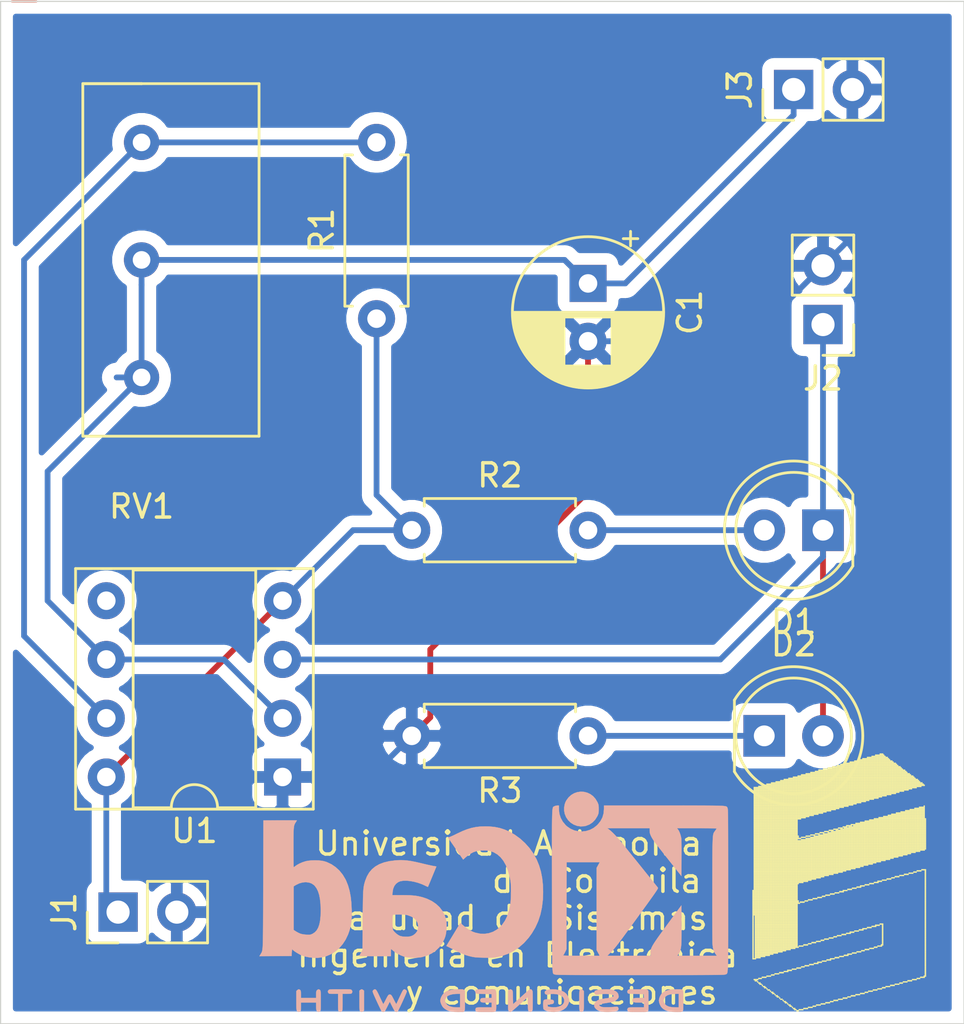
<source format=kicad_pcb>
(kicad_pcb (version 20171130) (host pcbnew "(5.1.2)-2")
  (layers (0 F.Cu signal) (31 B.Cu signal) (34 B.Paste user) (35 F.Paste user) (36 B.SilkS user) (37 F.SilkS user) (38 B.Mask user) (39 F.Mask user) (44 Edge.Cuts user))
  (net 0 "")
  (net 1 GND)
  (net 2 Carga)
  (net 3 "Net-(D1-Pad2)")
  (net 4 Salida)
  (net 5 "Net-(D2-Pad1)")
  (net 6 +5V)
  (net 7 "Net-(R1-Pad2)")
  (net 8 "Net-(U1-Pad5)")
  (module Symbol:KiCad-Logo2_8mm_SilkScreen (layer B.Cu) (at 168.656 78.74 180)
    (fp_text reference REF** hide)
    (fp_text value KiCad-Logo2_8mm_SilkScreen hide)
  )
  (module Logos:LOGO (layer F.Cu) (at 179.832 73.152)
    (fp_text reference LOGO hide)
    (fp_text value "" (at 0 0) (layer F.SilkS) (effects (font (size 1.27 1.27))))
  )
  (module Package_DIP:DIP-8_W7.62mm_Socket (layer F.Cu) (at 159.512 74.168 180)
    (fp_text reference U1 (at 3.81 -2.33) (layer F.SilkS))
    (fp_text value NE555)
    (pad 8 thru_hole oval (at 7.62 0 180) (size 1.6 1.6) (drill 0.8) (layers *.Cu *.Mask) (net 6 +5V))
    (pad 4 thru_hole oval (at 0 7.62 180) (size 1.6 1.6) (drill 0.8) (layers *.Cu *.Mask) (net 6 +5V))
    (pad 7 thru_hole oval (at 7.62 2.54 180) (size 1.6 1.6) (drill 0.8) (layers *.Cu *.Mask) (net 7 "Net-(R1-Pad2)"))
    (pad 3 thru_hole oval (at 0 5.08 180) (size 1.6 1.6) (drill 0.8) (layers *.Cu *.Mask) (net 4 Salida))
    (pad 6 thru_hole oval (at 7.62 5.08 180) (size 1.6 1.6) (drill 0.8) (layers *.Cu *.Mask) (net 2 Carga))
    (pad 2 thru_hole oval (at 0 2.54 180) (size 1.6 1.6) (drill 0.8) (layers *.Cu *.Mask) (net 2 Carga))
    (pad 5 thru_hole oval (at 7.62 7.62 180) (size 1.6 1.6) (drill 0.8) (layers *.Cu *.Mask) (net 8 "Net-(U1-Pad5)"))
    (pad 1 thru_hole rect (at 0 0 180) (size 1.6 1.6) (drill 0.8) (layers *.Cu *.Mask) (net 1 GND))
  )
  (module Poteciometro:Pontenciometro_5.08mm (layer F.Cu) (at 153.416 61.976)
    (fp_text reference RV1 (at 0 0.5) (layer F.SilkS))
    (fp_text value 100k)
    (pad 1 thru_hole circle (at 0 -15.24) (size 1.524 1.524) (drill 0.762) (layers *.Cu *.Mask) (net 7 "Net-(R1-Pad2)"))
    (pad 2 thru_hole circle (at 0 -10.16) (size 1.524 1.524) (drill 0.762) (layers *.Cu *.Mask) (net 2 Carga))
    (pad 3 thru_hole circle (at 0 -5.08) (size 1.524 1.524) (drill 0.762) (layers *.Cu *.Mask) (net 2 Carga))
  )
  (module Resistor_THT:R_Axial_DIN0207_L6.3mm_D2.5mm_P7.62mm_Horizontal (layer F.Cu) (at 172.72 72.39 180)
    (fp_text reference R3 (at 3.81 -2.37) (layer F.SilkS))
    (fp_text value 680)
    (pad 2 thru_hole oval (at 7.62 0 180) (size 1.6 1.6) (drill 0.8) (layers *.Cu *.Mask) (net 1 GND))
    (pad 1 thru_hole circle (at 0 0 180) (size 1.6 1.6) (drill 0.8) (layers *.Cu *.Mask) (net 5 "Net-(D2-Pad1)"))
  )
  (module Resistor_THT:R_Axial_DIN0207_L6.3mm_D2.5mm_P7.62mm_Horizontal (layer F.Cu) (at 165.1 63.5)
    (fp_text reference R2 (at 3.81 -2.37) (layer F.SilkS))
    (fp_text value 680)
    (pad 2 thru_hole oval (at 7.62 0) (size 1.6 1.6) (drill 0.8) (layers *.Cu *.Mask) (net 3 "Net-(D1-Pad2)"))
    (pad 1 thru_hole circle (at 0 0) (size 1.6 1.6) (drill 0.8) (layers *.Cu *.Mask) (net 6 +5V))
  )
  (module Resistor_THT:R_Axial_DIN0207_L6.3mm_D2.5mm_P7.62mm_Horizontal (layer F.Cu) (at 163.576 54.356 90)
    (fp_text reference R1 (at 3.81 -2.37 90) (layer F.SilkS))
    (fp_text value 1k)
    (pad 2 thru_hole oval (at 7.62 0 90) (size 1.6 1.6) (drill 0.8) (layers *.Cu *.Mask) (net 7 "Net-(R1-Pad2)"))
    (pad 1 thru_hole circle (at 0 0 90) (size 1.6 1.6) (drill 0.8) (layers *.Cu *.Mask) (net 6 +5V))
  )
  (module Connector_PinHeader_2.54mm:PinHeader_1x02_P2.54mm_Vertical (layer F.Cu) (at 181.61 44.45 90)
    (fp_text reference J3 (at 0 -2.33 90) (layer F.SilkS))
    (fp_text value carga)
    (pad 2 thru_hole oval (at 0 2.54 90) (size 1.7 1.7) (drill 1) (layers *.Cu *.Mask) (net 1 GND))
    (pad 1 thru_hole rect (at 0 0 90) (size 1.7 1.7) (drill 1) (layers *.Cu *.Mask) (net 2 Carga))
  )
  (module Connector_PinHeader_2.54mm:PinHeader_1x02_P2.54mm_Vertical (layer F.Cu) (at 182.88 54.61 180)
    (fp_text reference J2 (at 0 -2.33) (layer F.SilkS))
    (fp_text value salida)
    (pad 2 thru_hole oval (at 0 2.54 180) (size 1.7 1.7) (drill 1) (layers *.Cu *.Mask) (net 1 GND))
    (pad 1 thru_hole rect (at 0 0 180) (size 1.7 1.7) (drill 1) (layers *.Cu *.Mask) (net 4 Salida))
  )
  (module Connector_PinHeader_2.54mm:PinHeader_1x02_P2.54mm_Vertical (layer F.Cu) (at 152.4 80.01 90)
    (fp_text reference J1 (at 0 -2.33 90) (layer F.SilkS))
    (fp_text value alimentacion)
    (pad 2 thru_hole oval (at 0 2.54 90) (size 1.7 1.7) (drill 1) (layers *.Cu *.Mask) (net 1 GND))
    (pad 1 thru_hole rect (at 0 0 90) (size 1.7 1.7) (drill 1) (layers *.Cu *.Mask) (net 6 +5V))
  )
  (module LED_THT:LED_D5.0mm (layer F.Cu) (at 180.34 72.39)
    (fp_text reference D2 (at 1.27 -3.96) (layer F.SilkS))
    (fp_text value LED_verde)
    (pad 2 thru_hole circle (at 2.54 0) (size 1.8 1.8) (drill 0.9) (layers *.Cu *.Mask) (net 4 Salida))
    (pad 1 thru_hole rect (at 0 0) (size 1.8 1.8) (drill 0.9) (layers *.Cu *.Mask) (net 5 "Net-(D2-Pad1)"))
  )
  (module LED_THT:LED_D5.0mm (layer F.Cu) (at 182.88 63.5 180)
    (fp_text reference D1 (at 1.27 -3.96) (layer F.SilkS))
    (fp_text value LED_rojo)
    (pad 2 thru_hole circle (at 2.54 0 180) (size 1.8 1.8) (drill 0.9) (layers *.Cu *.Mask) (net 3 "Net-(D1-Pad2)"))
    (pad 1 thru_hole rect (at 0 0 180) (size 1.8 1.8) (drill 0.9) (layers *.Cu *.Mask) (net 4 Salida))
  )
  (module Capacitor_THT:CP_Radial_D6.3mm_P2.50mm (layer F.Cu) (at 172.72 52.832 270)
    (fp_text reference C1 (at 1.25 -4.4 90) (layer F.SilkS))
    (fp_text value 100uF)
    (pad 2 thru_hole circle (at 2.5 0 270) (size 1.6 1.6) (drill 0.8) (layers *.Cu *.Mask) (net 1 GND))
    (pad 1 thru_hole rect (at 0 0 270) (size 1.6 1.6) (drill 0.8) (layers *.Cu *.Mask) (net 2 Carga))
  )
  (gr_text "Universidad Autonoma \n         de Coahuila\nFacultad de Sistemas\nIngenieria en Electronica\n     y comunicaciones" (at 169.672 80.264) (layer F.SilkS) (effects (font (size 1 1))))
  (gr_line (start 147.32 40.64) (end 147.32 84.836) (layer Edge.Cuts) (width 0.05))
  (gr_line (start 188.976 84.836) (end 147.32 84.836) (layer Edge.Cuts) (width 0.05))
  (gr_line (start 188.976 40.64) (end 188.976 84.836) (layer Edge.Cuts) (width 0.05))
  (gr_line (start 147.32 40.64) (end 188.976 40.64) (layer Edge.Cuts) (width 0.05))
  (gr_line (start 148.844 40.64) (end 148.336 40.64) (layer B.SilkS) (width 0.12))
  (gr_line (start 147.828 40.64) (end 148.844 40.64) (layer B.SilkS) (width 0.12))
  (segment (start 154.94 80.01) (end 156.718 80.01) (width 0.25) (layer B.Cu) (net 1))
  (segment (start 159.512 77.216) (end 159.512 74.168) (width 0.25) (layer B.Cu) (net 1))
  (segment (start 156.718 80.01) (end 159.512 77.216) (width 0.25) (layer B.Cu) (net 1))
  (segment (start 163.322 74.168) (end 165.1 72.39) (width 0.25) (layer B.Cu) (net 1))
  (segment (start 159.512 74.168) (end 163.322 74.168) (width 0.25) (layer B.Cu) (net 1))
  (segment (start 172.72 56.46337) (end 172.72 55.332) (width 0.25) (layer F.Cu) (net 1))
  (segment (start 172.72 61.834998) (end 172.72 56.46337) (width 0.25) (layer F.Cu) (net 1))
  (segment (start 165.899999 68.654999) (end 172.72 61.834998) (width 0.25) (layer F.Cu) (net 1))
  (segment (start 165.899999 71.590001) (end 165.899999 68.654999) (width 0.25) (layer F.Cu) (net 1))
  (segment (start 165.1 72.39) (end 165.899999 71.590001) (width 0.25) (layer F.Cu) (net 1))
  (segment (start 179.618 55.332) (end 182.88 52.07) (width 0.25) (layer B.Cu) (net 1))
  (segment (start 172.72 55.332) (end 179.618 55.332) (width 0.25) (layer B.Cu) (net 1))
  (segment (start 184.15 50.8) (end 184.15 44.45) (width 0.25) (layer B.Cu) (net 1))
  (segment (start 182.88 52.07) (end 184.15 50.8) (width 0.25) (layer B.Cu) (net 1))
  (segment (start 181.61 45.55) (end 181.61 44.45) (width 0.25) (layer B.Cu) (net 2))
  (segment (start 174.328 52.832) (end 181.61 45.55) (width 0.25) (layer B.Cu) (net 2))
  (segment (start 172.72 52.832) (end 174.328 52.832) (width 0.25) (layer B.Cu) (net 2))
  (segment (start 171.704 51.816) (end 172.72 52.832) (width 0.25) (layer B.Cu) (net 2))
  (segment (start 153.416 51.816) (end 171.704 51.816) (width 0.25) (layer B.Cu) (net 2))
  (segment (start 153.416 52.89363) (end 153.416 56.896) (width 0.25) (layer B.Cu) (net 2))
  (segment (start 153.416 51.816) (end 153.416 52.89363) (width 0.25) (layer B.Cu) (net 2))
  (segment (start 153.416 56.896) (end 152.33837 56.896) (width 0.25) (layer B.Cu) (net 2))
  (segment (start 149.352 66.548) (end 151.892 69.088) (width 0.25) (layer B.Cu) (net 2))
  (segment (start 153.416 56.896) (end 149.352 60.96) (width 0.25) (layer B.Cu) (net 2))
  (segment (start 149.352 60.96) (end 149.352 66.548) (width 0.25) (layer B.Cu) (net 2))
  (segment (start 156.972 69.088) (end 159.512 71.628) (width 0.25) (layer B.Cu) (net 2))
  (segment (start 151.892 69.088) (end 156.972 69.088) (width 0.25) (layer B.Cu) (net 2))
  (segment (start 172.72 63.5) (end 180.34 63.5) (width 0.25) (layer B.Cu) (net 3))
  (segment (start 182.88 64.65) (end 182.88 63.5) (width 0.25) (layer B.Cu) (net 4))
  (segment (start 178.442 69.088) (end 182.88 64.65) (width 0.25) (layer B.Cu) (net 4))
  (segment (start 159.512 69.088) (end 178.442 69.088) (width 0.25) (layer B.Cu) (net 4))
  (segment (start 182.88 63.5) (end 182.88 54.61) (width 0.25) (layer B.Cu) (net 4))
  (segment (start 182.88 63.5) (end 182.88 72.39) (width 0.25) (layer F.Cu) (net 4))
  (segment (start 172.72 72.39) (end 180.34 72.39) (width 0.25) (layer B.Cu) (net 5))
  (segment (start 163.576 61.976) (end 165.1 63.5) (width 0.25) (layer B.Cu) (net 6))
  (segment (start 163.576 54.356) (end 163.576 61.976) (width 0.25) (layer B.Cu) (net 6))
  (segment (start 162.56 63.5) (end 159.512 66.548) (width 0.25) (layer B.Cu) (net 6))
  (segment (start 165.1 63.5) (end 162.56 63.5) (width 0.25) (layer B.Cu) (net 6))
  (segment (start 159.512 66.548) (end 151.892 74.168) (width 0.25) (layer F.Cu) (net 6))
  (segment (start 151.892 79.502) (end 152.4 80.01) (width 0.25) (layer B.Cu) (net 6))
  (segment (start 151.892 74.168) (end 151.892 79.502) (width 0.25) (layer B.Cu) (net 6))
  (segment (start 153.416 46.736) (end 163.576 46.736) (width 0.25) (layer B.Cu) (net 7))
  (segment (start 148.336 68.072) (end 151.892 71.628) (width 0.25) (layer B.Cu) (net 7))
  (segment (start 153.416 46.736) (end 148.336 51.816) (width 0.25) (layer B.Cu) (net 7))
  (segment (start 148.336 51.816) (end 148.336 68.072) (width 0.25) (layer B.Cu) (net 7))
  (zone (net 1) (net_name GND) (layer B.Cu) (connect_pads (clearance 0.508)) (min_thickness 0.254) (fill yes (arc_segments 32) (thermal_gap 0.508) (thermal_bridge_width 0.508))
    (polygon (pts (xy 147.32 40.64) (xy 188.976 40.64) (xy 188.976 84.836) (xy 147.32 84.836)))
  )
)
</source>
